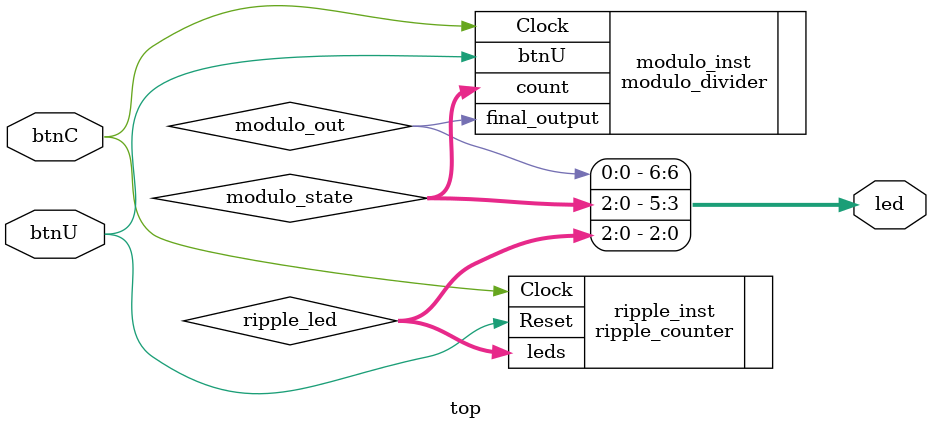
<source format=v>
module top(
    input btnC,
    input btnU,
    output [6:0] led
    ); 
    
    wire [2:0] ripple_led;
    wire [2:0] modulo_state;
    wire modulo_out;
    
    
    ripple_counter ripple_inst(
    .Clock(btnC),
    .Reset(btnU),
    .leds(ripple_led)
    );
    
    modulo_divider modulo_inst(
    .Clock(btnC),
    .btnU(btnU),
    .count(modulo_state),
    .final_output(modulo_out)
    );
    
assign led[2:0] = ripple_led; 
assign led[5:3] = modulo_state;
assign led[6] = modulo_out; 

endmodule

</source>
